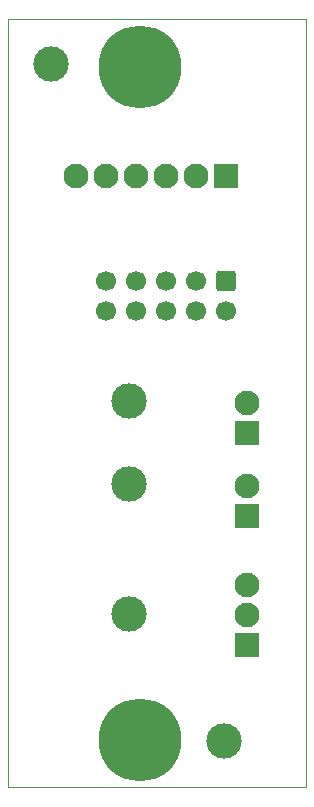
<source format=gbs>
G04 #@! TF.GenerationSoftware,KiCad,Pcbnew,8.0.6*
G04 #@! TF.CreationDate,2025-12-26T07:29:08-05:00*
G04 #@! TF.ProjectId,heaterboard_1,68656174-6572-4626-9f61-72645f312e6b,3.0*
G04 #@! TF.SameCoordinates,Original*
G04 #@! TF.FileFunction,Soldermask,Bot*
G04 #@! TF.FilePolarity,Negative*
%FSLAX46Y46*%
G04 Gerber Fmt 4.6, Leading zero omitted, Abs format (unit mm)*
G04 Created by KiCad (PCBNEW 8.0.6) date 2025-12-26 07:29:08*
%MOMM*%
%LPD*%
G01*
G04 APERTURE LIST*
G04 Aperture macros list*
%AMRoundRect*
0 Rectangle with rounded corners*
0 $1 Rounding radius*
0 $2 $3 $4 $5 $6 $7 $8 $9 X,Y pos of 4 corners*
0 Add a 4 corners polygon primitive as box body*
4,1,4,$2,$3,$4,$5,$6,$7,$8,$9,$2,$3,0*
0 Add four circle primitives for the rounded corners*
1,1,$1+$1,$2,$3*
1,1,$1+$1,$4,$5*
1,1,$1+$1,$6,$7*
1,1,$1+$1,$8,$9*
0 Add four rect primitives between the rounded corners*
20,1,$1+$1,$2,$3,$4,$5,0*
20,1,$1+$1,$4,$5,$6,$7,0*
20,1,$1+$1,$6,$7,$8,$9,0*
20,1,$1+$1,$8,$9,$2,$3,0*%
G04 Aperture macros list end*
%ADD10C,3.000000*%
%ADD11R,2.100000X2.100000*%
%ADD12C,2.100000*%
%ADD13RoundRect,0.250000X-0.600000X0.600000X-0.600000X-0.600000X0.600000X-0.600000X0.600000X0.600000X0*%
%ADD14C,1.700000*%
%ADD15C,0.800000*%
%ADD16C,7.000000*%
G04 #@! TA.AperFunction,Profile*
%ADD17C,0.100000*%
G04 #@! TD*
G04 APERTURE END LIST*
D10*
X143050000Y-124329714D03*
X151050000Y-146129714D03*
D11*
X151250000Y-98250000D03*
D12*
X148710000Y-98250000D03*
X146170000Y-98250000D03*
X143630000Y-98250000D03*
X141090000Y-98250000D03*
X138550000Y-98250000D03*
D10*
X143050000Y-117329714D03*
D13*
X151250000Y-107125000D03*
D14*
X151250000Y-109665000D03*
X148710000Y-107125000D03*
X148710000Y-109665000D03*
X146170000Y-107125000D03*
X146170000Y-109665000D03*
X143630000Y-107125000D03*
X143630000Y-109665000D03*
X141090000Y-107125000D03*
X141090000Y-109665000D03*
D10*
X143050000Y-135329714D03*
X136450000Y-88729714D03*
D11*
X153000000Y-138000000D03*
D12*
X153000000Y-135460000D03*
X153000000Y-132920000D03*
D11*
X153000000Y-120000000D03*
D12*
X153000000Y-117460000D03*
D15*
X141375000Y-146000000D03*
X142143845Y-144143845D03*
X142143845Y-147856155D03*
X144000000Y-143375000D03*
D16*
X144000000Y-146000000D03*
D15*
X144000000Y-148625000D03*
X145856155Y-144143845D03*
X145856155Y-147856155D03*
X146625000Y-146000000D03*
X141375000Y-89000000D03*
X142143845Y-87143845D03*
X142143845Y-90856155D03*
X144000000Y-86375000D03*
D16*
X144000000Y-89000000D03*
D15*
X144000000Y-91625000D03*
X145856155Y-87143845D03*
X145856155Y-90856155D03*
X146625000Y-89000000D03*
D11*
X153000000Y-127000000D03*
D12*
X153000000Y-124460000D03*
D17*
X132800000Y-150000000D02*
X158000000Y-150000000D01*
X158000000Y-85000000D02*
X132800000Y-85000000D01*
X132800000Y-85000000D02*
X132800000Y-150000000D01*
X158000000Y-150000000D02*
X158000000Y-85000000D01*
M02*

</source>
